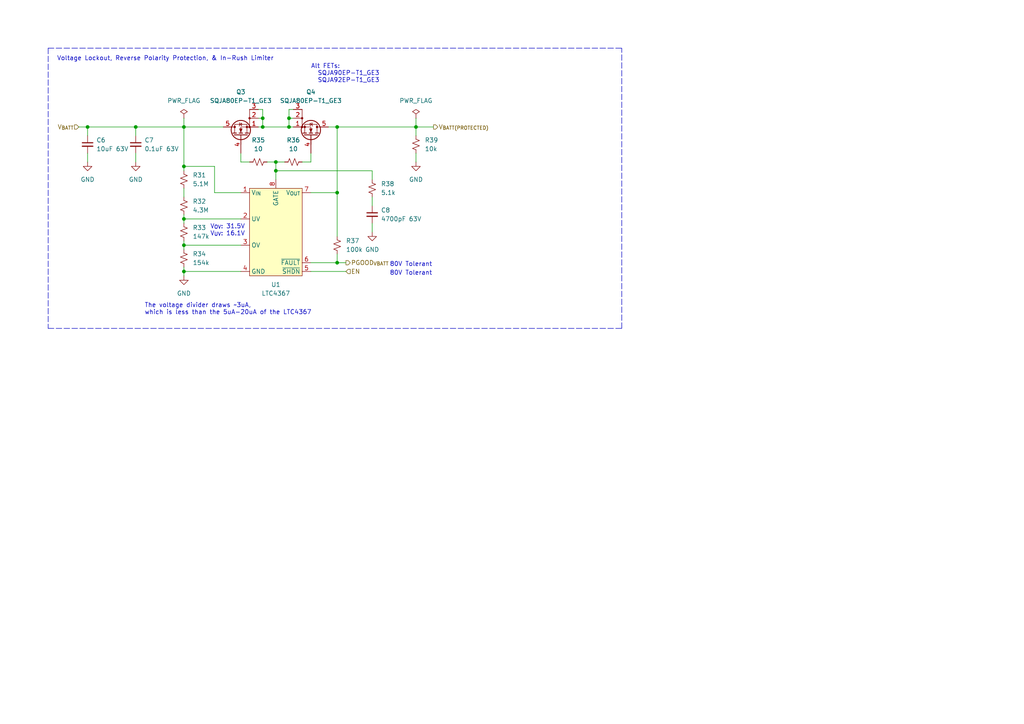
<source format=kicad_sch>
(kicad_sch (version 20230121) (generator eeschema)
  (paper "A4")
  (title_block (title "Control") (date "2023-02-21") (rev "1.0.0") (company "The A-Team (RC SSL)") (comment 1 "W. Stuckey & R. Osawa"))
  (lib_symbols
    (symbol "AT-PowerIC:LTC4367"
      (property "Reference" "U" (at 2.54 13.97 0))
      (property "Value" "LTC4367" (at 0 -15.24 0))
      (symbol "LTC4367_0_1"
        (rectangle (start -7.62 12.7) (end 7.62 -12.7) (stroke (width 0.1524)) (fill (type background)))
      )
      (symbol "LTC4367_1_1"
        (pin power_in line (at -10.16 11.43 0) (length 2.54) (name "V_{IN}") (number "1"))
        (pin input line (at -10.16 3.81 0) (length 2.54) (name "UV") (number "2"))
        (pin input line (at -10.16 -3.81 0) (length 2.54) (name "OV") (number "3"))
        (pin power_in line (at -10.16 -11.43 0) (length 2.54) (name "GND") (number "4"))
        (pin input line (at 10.16 -11.43 180) (length 2.54) (name "~{SHDN}") (number "5"))
        (pin open_collector line (at 10.16 -8.89 180) (length 2.54) (name "~{FAULT}") (number "6"))
        (pin input line (at 10.16 11.43 180) (length 2.54) (name "V_{OUT}") (number "7"))
        (pin output line (at 0 15.24 270) (length 2.54) (name "GATE") (number "8"))
      )
    )
    (symbol "AT-Transistors:Q_NMOS_SGD_PowerPAK" (pin_names (offset 0) hide)
      (property "Reference" "Q" (at 5.08 1.27 0))
      (property "Value" "Q_NMOS_SGD_PowerPAK" (at 5.08 -1.27 0))
      (symbol "Q_NMOS_SGD_PowerPAK_0_1"
        (polyline (pts (xy 0.254 0) (xy -2.54 0)))
        (polyline (pts (xy 0.254 1.905) (xy 0.254 -1.905)) (stroke (width 0.254)))
        (polyline (pts (xy 0.762 -1.27) (xy 0.762 -2.286)) (stroke (width 0.254)))
        (polyline (pts (xy 0.762 0.508) (xy 0.762 -0.508)) (stroke (width 0.254)))
        (polyline (pts (xy 0.762 2.286) (xy 0.762 1.27)) (stroke (width 0.254)))
        (polyline (pts (xy 2.54 2.54) (xy 2.54 1.778)))
        (polyline (pts (xy 7.62 -2.54) (xy 5.08 -2.54)) (stroke (width 0.1524)))
        (polyline (pts (xy 2.54 -2.54) (xy 2.54 0) (xy 0.762 0)))
        (polyline (pts (xy 5.08 -2.54) (xy 2.54 -2.54) (xy 3.81 -2.54)) (stroke (width 0.1524)))
        (polyline (pts (xy 0.762 -1.778) (xy 3.302 -1.778) (xy 3.302 1.778) (xy 0.762 1.778)))
        (polyline (pts (xy 1.016 0) (xy 2.032 0.381) (xy 2.032 -0.381) (xy 1.016 0)) (fill (type outline)))
        (polyline (pts (xy 2.794 0.508) (xy 2.921 0.381) (xy 3.683 0.381) (xy 3.81 0.254)))
        (polyline (pts (xy 3.302 0.381) (xy 2.921 -0.254) (xy 3.683 -0.254) (xy 3.302 0.381)))
        (circle (center 1.651 0) (radius 2.794) (stroke (width 0.254)))
        (circle (center 2.54 -2.54) (radius 0.254) (fill (type outline)))
        (circle (center 2.54 -1.778) (radius 0.254) (fill (type outline)))
        (circle (center 2.54 1.778) (radius 0.254) (fill (type outline)))
        (circle (center 5.08 -2.54) (radius 0.254) (fill (type outline)))
      )
      (symbol "Q_NMOS_SGD_PowerPAK_1_1"
        (pin passive line (at 2.54 -5.08 90) (length 2.54) (name "S") (number "1"))
        (pin passive line (at 5.08 -5.08 90) (length 2.54) (name "S") (number "2"))
        (pin passive line (at 7.62 -5.08 90) (length 2.54) (name "S") (number "3"))
        (pin input line (at -5.08 0 0) (length 5.08) (name "G") (number "4"))
        (pin passive line (at 2.54 5.08 270) (length 2.54) (name "D") (number "5"))
      )
    )
    (symbol "Device:C_Small" (pin_numbers hide) (pin_names (offset 0.254) hide)
      (property "Reference" "C" (at 0.254 1.778 0))
      (property "Value" "C_Small" (at 0.254 -2.032 0))
      (symbol "C_Small_0_1"
        (polyline (pts (xy -1.524 -0.508) (xy 1.524 -0.508)) (stroke (width 0.3302)))
        (polyline (pts (xy -1.524 0.508) (xy 1.524 0.508)) (stroke (width 0.3048)))
      )
      (symbol "C_Small_1_1"
        (pin passive line (at 0 2.54 270) (length 2.032) (name "~") (number "1"))
        (pin passive line (at 0 -2.54 90) (length 2.032) (name "~") (number "2"))
      )
    )
    (symbol "Device:R_Small_US" (pin_numbers hide) (pin_names (offset 0.254) hide)
      (property "Reference" "R" (at 0.762 0.508 0))
      (property "Value" "R_Small_US" (at 0.762 -1.016 0))
      (symbol "R_Small_US_1_1"
        (polyline (pts (xy 0 0) (xy 1.016 -0.381) (xy 0 -0.762) (xy -1.016 -1.143) (xy 0 -1.524)))
        (polyline (pts (xy 0 1.524) (xy 1.016 1.143) (xy 0 0.762) (xy -1.016 0.381) (xy 0 0)))
        (pin passive line (at 0 2.54 270) (length 1.016) (name "~") (number "1"))
        (pin passive line (at 0 -2.54 90) (length 1.016) (name "~") (number "2"))
      )
    )
    (symbol "power:GND" (power) (pin_names (offset 0))
      (property "Value" "GND" (at 0 -3.81 0))
      (symbol "GND_0_1"
        (polyline (pts (xy 0 0) (xy 0 -1.27) (xy 1.27 -1.27) (xy 0 -2.54) (xy -1.27 -1.27) (xy 0 -1.27)))
      )
      (symbol "GND_1_1"
        (pin power_in line (at 0 0 270) (length 0) hide (name "GND") (number "1"))
      )
    )
    (symbol "power:PWR_FLAG" (power) (pin_numbers hide) (pin_names (offset 0) hide)
      (property "Value" "PWR_FLAG" (at 0 3.81 0))
      (symbol "PWR_FLAG_0_0"
        (pin power_out line (at 0 0 90) (length 0) (name "pwr") (number "1"))
      )
      (symbol "PWR_FLAG_0_1"
        (polyline (pts (xy 0 0) (xy 0 1.27) (xy -1.016 1.905) (xy 0 2.54) (xy 1.016 1.905) (xy 0 1.27)))
      )
    )
  )
  (junction (at 97.79 76.2))
  (junction (at 76.2 36.83))
  (junction (at 80.01 49.53) (diameter 0.9144))
  (junction (at 83.82 34.29))
  (junction (at 53.34 48.26))
  (junction (at 120.65 36.83) (diameter 0.9144))
  (junction (at 97.79 36.83) (diameter 0.9144))
  (junction (at 76.2 34.29))
  (junction (at 80.01 46.99) (diameter 0.9144))
  (junction (at 53.34 71.12) (diameter 0.9144))
  (junction (at 53.34 36.83) (diameter 0.9144))
  (junction (at 83.82 36.83))
  (junction (at 39.37 36.83))
  (junction (at 53.34 63.5) (diameter 0.9144))
  (junction (at 53.34 78.74) (diameter 0.9144))
  (junction (at 97.79 55.88))
  (junction (at 25.4 36.83))
  (wire (pts (xy 120.65 34.29) (xy 120.65 36.83)))
  (wire (pts (xy 25.4 44.45) (xy 25.4 46.99)))
  (wire (pts (xy 53.34 62.23) (xy 53.34 63.5)))
  (wire (pts (xy 53.34 63.5) (xy 53.34 64.77)))
  (wire (pts (xy 25.4 36.83) (xy 25.4 39.37)))
  (wire (pts (xy 53.34 34.29) (xy 53.34 36.83)))
  (wire (pts (xy 62.23 55.88) (xy 62.23 48.26)))
  (wire (pts (xy 62.23 55.88) (xy 69.85 55.88)))
  (wire (pts (xy 107.95 57.15) (xy 107.95 59.69)))
  (wire (pts (xy 120.65 36.83) (xy 125.73 36.83)))
  (wire (pts (xy 74.93 34.29) (xy 76.2 34.29)))
  (wire (pts (xy 22.86 36.83) (xy 25.4 36.83)))
  (wire (pts (xy 53.34 36.83) (xy 64.77 36.83)))
  (wire (pts (xy 53.34 48.26) (xy 62.23 48.26)))
  (wire (pts (xy 97.79 73.66) (xy 97.79 76.2)))
  (wire (pts (xy 80.01 49.53) (xy 80.01 52.07)))
  (wire (pts (xy 85.09 31.75) (xy 83.82 31.75)))
  (wire (pts (xy 76.2 34.29) (xy 76.2 36.83)))
  (wire (pts (xy 25.4 36.83) (xy 39.37 36.83)))
  (wire (pts (xy 87.63 46.99) (xy 90.17 46.99)))
  (wire (pts (xy 90.17 46.99) (xy 90.17 44.45)))
  (wire (pts (xy 90.17 55.88) (xy 97.79 55.88)))
  (wire (pts (xy 97.79 55.88) (xy 97.79 36.83)))
  (wire (pts (xy 85.09 34.29) (xy 83.82 34.29)))
  (wire (pts (xy 97.79 55.88) (xy 97.79 68.58)))
  (wire (pts (xy 77.47 46.99) (xy 80.01 46.99)))
  (wire (pts (xy 80.01 46.99) (xy 82.55 46.99)))
  (wire (pts (xy 80.01 49.53) (xy 107.95 49.53)))
  (wire (pts (xy 107.95 49.53) (xy 107.95 52.07)))
  (wire (pts (xy 76.2 31.75) (xy 76.2 34.29)))
  (wire (pts (xy 53.34 78.74) (xy 53.34 77.47)))
  (wire (pts (xy 53.34 78.74) (xy 69.85 78.74)))
  (wire (pts (xy 39.37 36.83) (xy 53.34 36.83)))
  (wire (pts (xy 90.17 76.2) (xy 97.79 76.2)))
  (wire (pts (xy 53.34 63.5) (xy 69.85 63.5)))
  (polyline (pts (xy 13.97 13.97) (xy 13.97 95.25)) (stroke (width 0) (type dash)))
  (polyline (pts (xy 13.97 13.97) (xy 180.34 13.97)) (stroke (width 0) (type dash)))
  (polyline (pts (xy 13.97 95.25) (xy 180.34 95.25)) (stroke (width 0) (type dash)))
  (polyline (pts (xy 180.34 95.25) (xy 180.34 13.97)) (stroke (width 0) (type dash)))
  (wire (pts (xy 53.34 54.61) (xy 53.34 57.15)))
  (wire (pts (xy 39.37 44.45) (xy 39.37 46.99)))
  (wire (pts (xy 74.93 36.83) (xy 76.2 36.83)))
  (wire (pts (xy 53.34 36.83) (xy 53.34 48.26)))
  (wire (pts (xy 120.65 36.83) (xy 120.65 39.37)))
  (wire (pts (xy 53.34 78.74) (xy 53.34 80.01)))
  (wire (pts (xy 76.2 36.83) (xy 83.82 36.83)))
  (wire (pts (xy 90.17 78.74) (xy 100.33 78.74)))
  (wire (pts (xy 120.65 44.45) (xy 120.65 46.99)))
  (wire (pts (xy 95.25 36.83) (xy 97.79 36.83)))
  (wire (pts (xy 97.79 76.2) (xy 100.33 76.2)))
  (wire (pts (xy 83.82 31.75) (xy 83.82 34.29)))
  (wire (pts (xy 39.37 36.83) (xy 39.37 39.37)))
  (wire (pts (xy 83.82 36.83) (xy 85.09 36.83)))
  (wire (pts (xy 97.79 36.83) (xy 120.65 36.83)))
  (wire (pts (xy 74.93 31.75) (xy 76.2 31.75)))
  (wire (pts (xy 83.82 34.29) (xy 83.82 36.83)))
  (wire (pts (xy 80.01 46.99) (xy 80.01 49.53)))
  (wire (pts (xy 107.95 64.77) (xy 107.95 67.31)))
  (wire (pts (xy 53.34 71.12) (xy 69.85 71.12)))
  (wire (pts (xy 69.85 44.45) (xy 69.85 46.99)))
  (wire (pts (xy 69.85 46.99) (xy 72.39 46.99)))
  (wire (pts (xy 53.34 48.26) (xy 53.34 49.53)))
  (wire (pts (xy 53.34 69.85) (xy 53.34 71.12)))
  (wire (pts (xy 53.34 71.12) (xy 53.34 72.39)))
  (text "80V Tolerant" (at 113.03 80.01 0) (effects (font (size 1.27 1.27)) (justify left bottom)))
  (text "80V Tolerant" (at 113.03 77.47 0) (effects (font (size 1.27 1.27)) (justify left bottom)))
  (text "V_{OV}: 31.5V\nV_{UV}: 16.1V\n" (at 60.96 68.58 0) (effects (font (size 1.27 1.27)) (justify left bottom)))
  (text "The voltage divider draws ~3uA,\nwhich is less than the 5uA-20uA of the LTC4367 " (at 41.91 91.44 0) (effects (font (size 1.27 1.27)) (justify left bottom)))
  (text "Voltage Lockout, Reverse Polarity Protection, & In-Rush Limiter" (at 16.51 17.78 0) (effects (font (size 1.27 1.27)) (justify left bottom)))
  (text "Alt FETs:\n  SQJA90EP-T1_GE3\n  SQJA92EP-T1_GE3 " (at 90.17 24.13 0) (effects (font (size 1.27 1.27)) (justify left bottom)))
  (hierarchical_label "V_{BATT(PROTECTED)}" (shape output) (at 125.73 36.83 0))
  (hierarchical_label "EN" (shape input) (at 100.33 78.74 0))
  (hierarchical_label "PGOOD_{VBATT}" (shape output) (at 100.33 76.2 0))
  (hierarchical_label "V_{BATT}" (shape input) (at 22.86 36.83 180))
  (symbol (lib_id "Device:R_Small_US") (at 53.34 52.07 0) (unit 1)
    (property "Reference" "R31" (at 55.88 50.7999 0) (effects (justify left)))
    (property "Value" "5.1M" (at 55.88 53.3399 0) (effects (justify left)))
    (property "Footprint" "Resistor_SMD:R_0402_1005Metric" (effects hide))
  )
  (symbol (lib_id "power:PWR_FLAG") (at 120.65 34.29 0) (unit 1)
    (property "Reference" "#FLG04" (effects hide))
    (property "Value" "PWR_FLAG" (at 120.65 29.21 0))
  )
  (symbol (lib_id "AT-Transistors:Q_NMOS_SGD_PowerPAK") (at 90.17 39.37 270) (mirror x) (unit 1)
    (property "Reference" "Q4" (at 90.17 26.67 90))
    (property "Value" "SQJA80EP-T1_GE3" (at 90.17 29.21 90))
    (property "Footprint" "AT-Discrete:PowerPAK_SO-8L_Single" (effects hide))
  )
  (symbol (lib_id "power:GND") (at 39.37 46.99 0) (unit 1)
    (property "Reference" "#PWR034" (effects hide))
    (property "Value" "GND" (at 39.37 52.07 0))
  )
  (symbol (lib_id "Device:R_Small_US") (at 53.34 59.69 0) (unit 1)
    (property "Reference" "R32" (at 55.88 58.4199 0) (effects (justify left)))
    (property "Value" "4.3M" (at 55.88 60.9599 0) (effects (justify left)))
    (property "Footprint" "Resistor_SMD:R_0402_1005Metric" (effects hide))
  )
  (symbol (lib_id "Device:R_Small_US") (at 97.79 71.12 0) (unit 1)
    (property "Reference" "R37" (at 100.33 69.8499 0) (effects (justify left)))
    (property "Value" "100k" (at 100.33 72.3899 0) (effects (justify left)))
    (property "Footprint" "Resistor_SMD:R_0402_1005Metric" (effects hide))
  )
  (symbol (lib_id "AT-Transistors:Q_NMOS_SGD_PowerPAK") (at 69.85 39.37 90) (unit 1)
    (property "Reference" "Q3" (at 69.85 26.67 90))
    (property "Value" "SQJA80EP-T1_GE3" (at 69.85 29.21 90))
    (property "Footprint" "AT-Discrete:PowerPAK_SO-8L_Single" (effects hide))
  )
  (symbol (lib_id "Device:R_Small_US") (at 107.95 54.61 0) (unit 1)
    (property "Reference" "R38" (at 110.49 53.3399 0) (effects (justify left)))
    (property "Value" "5.1k" (at 110.49 55.8799 0) (effects (justify left)))
    (property "Footprint" "Resistor_SMD:R_0603_1608Metric" (effects hide))
  )
  (symbol (lib_id "power:GND") (at 107.95 67.31 0) (unit 1)
    (property "Reference" "#PWR036" (effects hide))
    (property "Value" "GND" (at 107.95 72.39 0))
  )
  (symbol (lib_id "power:GND") (at 120.65 46.99 0) (unit 1)
    (property "Reference" "#PWR037" (effects hide))
    (property "Value" "GND" (at 120.65 52.07 0))
  )
  (symbol (lib_id "power:PWR_FLAG") (at 53.34 34.29 0) (unit 1)
    (property "Reference" "#FLG03" (effects hide))
    (property "Value" "PWR_FLAG" (at 53.34 29.21 0))
  )
  (symbol (lib_id "power:GND") (at 25.4 46.99 0) (unit 1)
    (property "Reference" "#PWR033" (effects hide))
    (property "Value" "GND" (at 25.4 52.07 0))
  )
  (symbol (lib_id "Device:C_Small") (at 25.4 41.91 0) (unit 1)
    (property "Reference" "C6" (at 27.94 40.6462 0) (effects (justify left)))
    (property "Value" "10uF 63V" (at 27.94 43.1862 0) (effects (justify left)))
    (property "Footprint" "Capacitor_SMD:C_1210_3225Metric" (effects hide))
  )
  (symbol (lib_id "Device:C_Small") (at 39.37 41.91 0) (unit 1)
    (property "Reference" "C7" (at 41.91 40.6462 0) (effects (justify left)))
    (property "Value" "0.1uF 63V" (at 41.91 43.1862 0) (effects (justify left)))
    (property "Footprint" "Capacitor_SMD:C_0402_1005Metric" (effects hide))
  )
  (symbol (lib_id "Device:R_Small_US") (at 85.09 46.99 90) (unit 1)
    (property "Reference" "R36" (at 85.09 40.64 90))
    (property "Value" "10" (at 85.09 43.18 90))
    (property "Footprint" "Resistor_SMD:R_0402_1005Metric" (effects hide))
  )
  (symbol (lib_id "Device:C_Small") (at 107.95 62.23 0) (unit 1)
    (property "Reference" "C8" (at 110.49 60.9662 0) (effects (justify left)))
    (property "Value" "4700pF 63V" (at 110.49 63.5062 0) (effects (justify left)))
    (property "Footprint" "Capacitor_SMD:C_0603_1608Metric" (effects hide))
  )
  (symbol (lib_id "Device:R_Small_US") (at 120.65 41.91 0) (unit 1)
    (property "Reference" "R39" (at 123.19 40.6399 0) (effects (justify left)))
    (property "Value" "10k" (at 123.19 43.1799 0) (effects (justify left)))
    (property "Footprint" "Resistor_SMD:R_0402_1005Metric" (effects hide))
  )
  (symbol (lib_id "power:GND") (at 53.34 80.01 0) (unit 1)
    (property "Reference" "#PWR035" (effects hide))
    (property "Value" "GND" (at 53.34 85.09 0))
  )
  (symbol (lib_id "Device:R_Small_US") (at 53.34 67.31 0) (unit 1)
    (property "Reference" "R33" (at 55.88 66.0399 0) (effects (justify left)))
    (property "Value" "147k" (at 55.88 68.5799 0) (effects (justify left)))
    (property "Footprint" "Resistor_SMD:R_0402_1005Metric" (effects hide))
  )
  (symbol (lib_id "Device:R_Small_US") (at 74.93 46.99 90) (unit 1)
    (property "Reference" "R35" (at 74.93 40.64 90))
    (property "Value" "10" (at 74.93 43.18 90))
    (property "Footprint" "Resistor_SMD:R_0402_1005Metric" (effects hide))
  )
  (symbol (lib_id "AT-PowerIC:LTC4367") (at 80.01 67.31 0) (unit 1)
    (property "Reference" "U1" (at 80.01 82.55 0))
    (property "Value" "LTC4367" (at 80.01 85.09 0))
    (property "Footprint" "AT-IC:MS8" (effects hide))
  )
  (symbol (lib_id "Device:R_Small_US") (at 53.34 74.93 180) (unit 1)
    (property "Reference" "R34" (at 55.88 73.6599 0) (effects (justify right)))
    (property "Value" "154k" (at 55.88 76.1999 0) (effects (justify right)))
    (property "Footprint" "Resistor_SMD:R_0402_1005Metric" (effects hide))
  )
)
</source>
